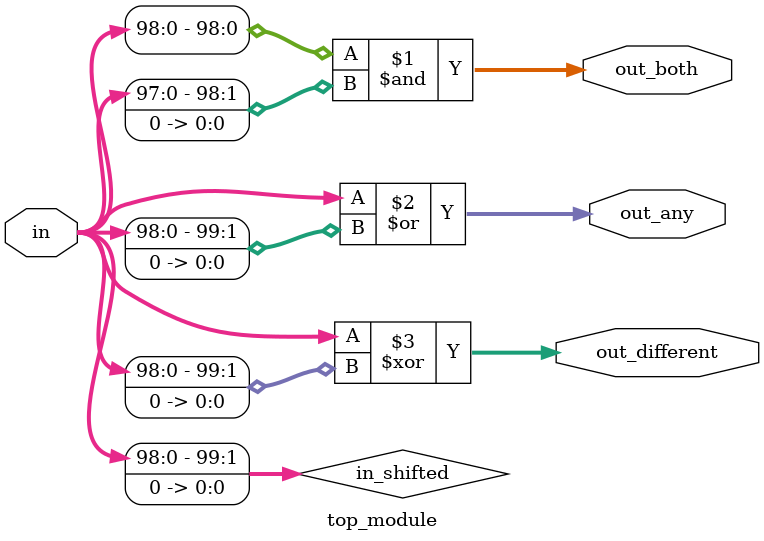
<source format=sv>
module top_module (
    input [99:0] in,
    output [98:0] out_both,
    output [99:0] out_any,
    output [99:0] out_different
);

    // Shifted version of input signal (one bit to the left)
    wire [99:0] in_shifted;
    assign in_shifted = {in[98:0], 1'b0}; // Shift left and pad the rightmost bit with 0

    // out_both: Bit-wise AND result (99-bit wide)
    assign out_both = in[98:0] & in_shifted[98:0];

    // out_any: Bit-wise OR result (100-bit wide)
    assign out_any = in | in_shifted;

    // out_different: Bit-wise XOR result (100-bit wide)
    assign out_different = in ^ in_shifted;

endmodule

</source>
